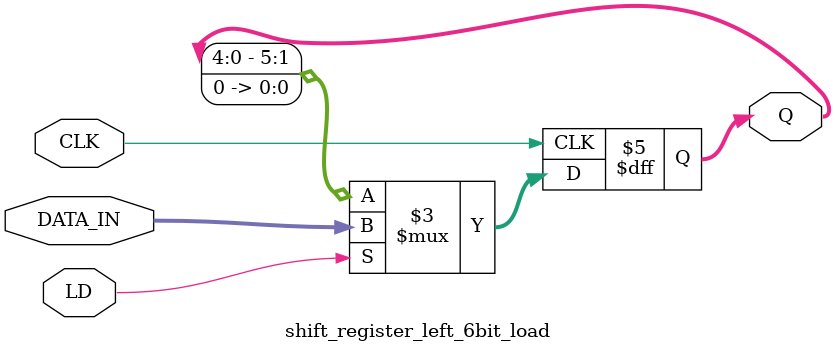
<source format=v>

module shift_register_left_6bit_load (
    input wire CLK,              // Sinal de relógio
    input wire LD,               // Sinal de carga inicial
    input wire [5:0] DATA_IN,    // Dados de carga inicial de 6 bits
    output reg [5:0] Q           // Saída de 6 bits
);

    always @(posedge CLK) begin
        if (LD)
            Q <= DATA_IN;         // Carrega o valor de DATA_IN nos 6 estágios
        else
            Q <= {Q[4:0], 1'b0};  // Deslocamento para a esquerda com entrada de '0'
    end

endmodule

</source>
